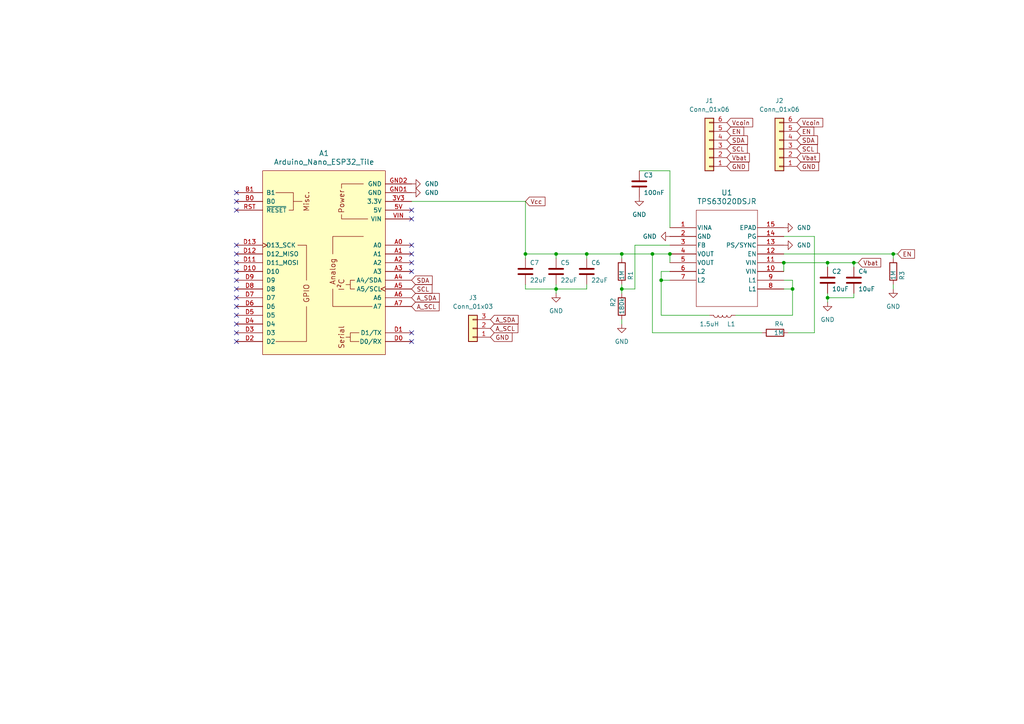
<source format=kicad_sch>
(kicad_sch (version 20230121) (generator eeschema)

  (uuid 30a0cbd7-f112-4de1-a085-e2f25254799f)

  (paper "A4")

  (lib_symbols
    (symbol "Connector_Generic:Conn_01x03" (pin_names (offset 1.016) hide) (in_bom yes) (on_board yes)
      (property "Reference" "J" (at 0 5.08 0)
        (effects (font (size 1.27 1.27)))
      )
      (property "Value" "Conn_01x03" (at 0 -5.08 0)
        (effects (font (size 1.27 1.27)))
      )
      (property "Footprint" "" (at 0 0 0)
        (effects (font (size 1.27 1.27)) hide)
      )
      (property "Datasheet" "~" (at 0 0 0)
        (effects (font (size 1.27 1.27)) hide)
      )
      (property "ki_keywords" "connector" (at 0 0 0)
        (effects (font (size 1.27 1.27)) hide)
      )
      (property "ki_description" "Generic connector, single row, 01x03, script generated (kicad-library-utils/schlib/autogen/connector/)" (at 0 0 0)
        (effects (font (size 1.27 1.27)) hide)
      )
      (property "ki_fp_filters" "Connector*:*_1x??_*" (at 0 0 0)
        (effects (font (size 1.27 1.27)) hide)
      )
      (symbol "Conn_01x03_1_1"
        (rectangle (start -1.27 -2.413) (end 0 -2.667)
          (stroke (width 0.1524) (type default))
          (fill (type none))
        )
        (rectangle (start -1.27 0.127) (end 0 -0.127)
          (stroke (width 0.1524) (type default))
          (fill (type none))
        )
        (rectangle (start -1.27 2.667) (end 0 2.413)
          (stroke (width 0.1524) (type default))
          (fill (type none))
        )
        (rectangle (start -1.27 3.81) (end 1.27 -3.81)
          (stroke (width 0.254) (type default))
          (fill (type background))
        )
        (pin passive line (at -5.08 2.54 0) (length 3.81)
          (name "Pin_1" (effects (font (size 1.27 1.27))))
          (number "1" (effects (font (size 1.27 1.27))))
        )
        (pin passive line (at -5.08 0 0) (length 3.81)
          (name "Pin_2" (effects (font (size 1.27 1.27))))
          (number "2" (effects (font (size 1.27 1.27))))
        )
        (pin passive line (at -5.08 -2.54 0) (length 3.81)
          (name "Pin_3" (effects (font (size 1.27 1.27))))
          (number "3" (effects (font (size 1.27 1.27))))
        )
      )
    )
    (symbol "Connector_Generic:Conn_01x06" (pin_names (offset 1.016) hide) (in_bom yes) (on_board yes)
      (property "Reference" "J" (at 0 7.62 0)
        (effects (font (size 1.27 1.27)))
      )
      (property "Value" "Conn_01x06" (at 0 -10.16 0)
        (effects (font (size 1.27 1.27)))
      )
      (property "Footprint" "" (at 0 0 0)
        (effects (font (size 1.27 1.27)) hide)
      )
      (property "Datasheet" "~" (at 0 0 0)
        (effects (font (size 1.27 1.27)) hide)
      )
      (property "ki_keywords" "connector" (at 0 0 0)
        (effects (font (size 1.27 1.27)) hide)
      )
      (property "ki_description" "Generic connector, single row, 01x06, script generated (kicad-library-utils/schlib/autogen/connector/)" (at 0 0 0)
        (effects (font (size 1.27 1.27)) hide)
      )
      (property "ki_fp_filters" "Connector*:*_1x??_*" (at 0 0 0)
        (effects (font (size 1.27 1.27)) hide)
      )
      (symbol "Conn_01x06_1_1"
        (rectangle (start -1.27 -7.493) (end 0 -7.747)
          (stroke (width 0.1524) (type default))
          (fill (type none))
        )
        (rectangle (start -1.27 -4.953) (end 0 -5.207)
          (stroke (width 0.1524) (type default))
          (fill (type none))
        )
        (rectangle (start -1.27 -2.413) (end 0 -2.667)
          (stroke (width 0.1524) (type default))
          (fill (type none))
        )
        (rectangle (start -1.27 0.127) (end 0 -0.127)
          (stroke (width 0.1524) (type default))
          (fill (type none))
        )
        (rectangle (start -1.27 2.667) (end 0 2.413)
          (stroke (width 0.1524) (type default))
          (fill (type none))
        )
        (rectangle (start -1.27 5.207) (end 0 4.953)
          (stroke (width 0.1524) (type default))
          (fill (type none))
        )
        (rectangle (start -1.27 6.35) (end 1.27 -8.89)
          (stroke (width 0.254) (type default))
          (fill (type background))
        )
        (pin passive line (at -5.08 5.08 0) (length 3.81)
          (name "Pin_1" (effects (font (size 1.27 1.27))))
          (number "1" (effects (font (size 1.27 1.27))))
        )
        (pin passive line (at -5.08 2.54 0) (length 3.81)
          (name "Pin_2" (effects (font (size 1.27 1.27))))
          (number "2" (effects (font (size 1.27 1.27))))
        )
        (pin passive line (at -5.08 0 0) (length 3.81)
          (name "Pin_3" (effects (font (size 1.27 1.27))))
          (number "3" (effects (font (size 1.27 1.27))))
        )
        (pin passive line (at -5.08 -2.54 0) (length 3.81)
          (name "Pin_4" (effects (font (size 1.27 1.27))))
          (number "4" (effects (font (size 1.27 1.27))))
        )
        (pin passive line (at -5.08 -5.08 0) (length 3.81)
          (name "Pin_5" (effects (font (size 1.27 1.27))))
          (number "5" (effects (font (size 1.27 1.27))))
        )
        (pin passive line (at -5.08 -7.62 0) (length 3.81)
          (name "Pin_6" (effects (font (size 1.27 1.27))))
          (number "6" (effects (font (size 1.27 1.27))))
        )
      )
    )
    (symbol "Device:C" (pin_numbers hide) (pin_names (offset 0.254)) (in_bom yes) (on_board yes)
      (property "Reference" "C" (at 0.635 2.54 0)
        (effects (font (size 1.27 1.27)) (justify left))
      )
      (property "Value" "C" (at 0.635 -2.54 0)
        (effects (font (size 1.27 1.27)) (justify left))
      )
      (property "Footprint" "" (at 0.9652 -3.81 0)
        (effects (font (size 1.27 1.27)) hide)
      )
      (property "Datasheet" "~" (at 0 0 0)
        (effects (font (size 1.27 1.27)) hide)
      )
      (property "ki_keywords" "cap capacitor" (at 0 0 0)
        (effects (font (size 1.27 1.27)) hide)
      )
      (property "ki_description" "Unpolarized capacitor" (at 0 0 0)
        (effects (font (size 1.27 1.27)) hide)
      )
      (property "ki_fp_filters" "C_*" (at 0 0 0)
        (effects (font (size 1.27 1.27)) hide)
      )
      (symbol "C_0_1"
        (polyline
          (pts
            (xy -2.032 -0.762)
            (xy 2.032 -0.762)
          )
          (stroke (width 0.508) (type default))
          (fill (type none))
        )
        (polyline
          (pts
            (xy -2.032 0.762)
            (xy 2.032 0.762)
          )
          (stroke (width 0.508) (type default))
          (fill (type none))
        )
      )
      (symbol "C_1_1"
        (pin passive line (at 0 3.81 270) (length 2.794)
          (name "~" (effects (font (size 1.27 1.27))))
          (number "1" (effects (font (size 1.27 1.27))))
        )
        (pin passive line (at 0 -3.81 90) (length 2.794)
          (name "~" (effects (font (size 1.27 1.27))))
          (number "2" (effects (font (size 1.27 1.27))))
        )
      )
    )
    (symbol "Device:L" (pin_numbers hide) (pin_names (offset 1.016) hide) (in_bom yes) (on_board yes)
      (property "Reference" "L" (at -1.27 0 90)
        (effects (font (size 1.27 1.27)))
      )
      (property "Value" "L" (at 1.905 0 90)
        (effects (font (size 1.27 1.27)))
      )
      (property "Footprint" "" (at 0 0 0)
        (effects (font (size 1.27 1.27)) hide)
      )
      (property "Datasheet" "~" (at 0 0 0)
        (effects (font (size 1.27 1.27)) hide)
      )
      (property "ki_keywords" "inductor choke coil reactor magnetic" (at 0 0 0)
        (effects (font (size 1.27 1.27)) hide)
      )
      (property "ki_description" "Inductor" (at 0 0 0)
        (effects (font (size 1.27 1.27)) hide)
      )
      (property "ki_fp_filters" "Choke_* *Coil* Inductor_* L_*" (at 0 0 0)
        (effects (font (size 1.27 1.27)) hide)
      )
      (symbol "L_0_1"
        (arc (start 0 -2.54) (mid 0.6323 -1.905) (end 0 -1.27)
          (stroke (width 0) (type default))
          (fill (type none))
        )
        (arc (start 0 -1.27) (mid 0.6323 -0.635) (end 0 0)
          (stroke (width 0) (type default))
          (fill (type none))
        )
        (arc (start 0 0) (mid 0.6323 0.635) (end 0 1.27)
          (stroke (width 0) (type default))
          (fill (type none))
        )
        (arc (start 0 1.27) (mid 0.6323 1.905) (end 0 2.54)
          (stroke (width 0) (type default))
          (fill (type none))
        )
      )
      (symbol "L_1_1"
        (pin passive line (at 0 3.81 270) (length 1.27)
          (name "1" (effects (font (size 1.27 1.27))))
          (number "1" (effects (font (size 1.27 1.27))))
        )
        (pin passive line (at 0 -3.81 90) (length 1.27)
          (name "2" (effects (font (size 1.27 1.27))))
          (number "2" (effects (font (size 1.27 1.27))))
        )
      )
    )
    (symbol "Device:R" (pin_numbers hide) (pin_names (offset 0)) (in_bom yes) (on_board yes)
      (property "Reference" "R" (at 2.032 0 90)
        (effects (font (size 1.27 1.27)))
      )
      (property "Value" "R" (at 0 0 90)
        (effects (font (size 1.27 1.27)))
      )
      (property "Footprint" "" (at -1.778 0 90)
        (effects (font (size 1.27 1.27)) hide)
      )
      (property "Datasheet" "~" (at 0 0 0)
        (effects (font (size 1.27 1.27)) hide)
      )
      (property "ki_keywords" "R res resistor" (at 0 0 0)
        (effects (font (size 1.27 1.27)) hide)
      )
      (property "ki_description" "Resistor" (at 0 0 0)
        (effects (font (size 1.27 1.27)) hide)
      )
      (property "ki_fp_filters" "R_*" (at 0 0 0)
        (effects (font (size 1.27 1.27)) hide)
      )
      (symbol "R_0_1"
        (rectangle (start -1.016 -2.54) (end 1.016 2.54)
          (stroke (width 0.254) (type default))
          (fill (type none))
        )
      )
      (symbol "R_1_1"
        (pin passive line (at 0 3.81 270) (length 1.27)
          (name "~" (effects (font (size 1.27 1.27))))
          (number "1" (effects (font (size 1.27 1.27))))
        )
        (pin passive line (at 0 -3.81 90) (length 1.27)
          (name "~" (effects (font (size 1.27 1.27))))
          (number "2" (effects (font (size 1.27 1.27))))
        )
      )
    )
    (symbol "TPS63020:TPS63020DSJR" (pin_names (offset 0.254)) (in_bom yes) (on_board yes)
      (property "Reference" "U" (at 16.51 10.16 0)
        (effects (font (size 1.524 1.524)))
      )
      (property "Value" "TPS63020DSJR" (at 16.51 7.62 0)
        (effects (font (size 1.524 1.524)))
      )
      (property "Footprint" "DSJ14_2P85X1P58" (at 16.51 -24.13 0)
        (effects (font (size 1.27 1.27) italic) hide)
      )
      (property "Datasheet" "TPS63020DSJR" (at 16.51 -20.32 0)
        (effects (font (size 1.27 1.27) italic) hide)
      )
      (property "ki_locked" "" (at 0 0 0)
        (effects (font (size 1.27 1.27)))
      )
      (property "ki_keywords" "TPS63020DSJR" (at 0 0 0)
        (effects (font (size 1.27 1.27)) hide)
      )
      (property "ki_fp_filters" "DSJ14_2P85X1P58" (at 0 0 0)
        (effects (font (size 1.27 1.27)) hide)
      )
      (symbol "TPS63020DSJR_0_1"
        (polyline
          (pts
            (xy 7.62 -22.86)
            (xy 25.4 -22.86)
          )
          (stroke (width 0.127) (type default))
          (fill (type none))
        )
        (polyline
          (pts
            (xy 7.62 5.08)
            (xy 7.62 -22.86)
          )
          (stroke (width 0.127) (type default))
          (fill (type none))
        )
        (polyline
          (pts
            (xy 25.4 -22.86)
            (xy 25.4 5.08)
          )
          (stroke (width 0.127) (type default))
          (fill (type none))
        )
        (polyline
          (pts
            (xy 25.4 5.08)
            (xy 7.62 5.08)
          )
          (stroke (width 0.127) (type default))
          (fill (type none))
        )
        (pin input line (at 0 0 0) (length 7.62)
          (name "VINA" (effects (font (size 1.27 1.27))))
          (number "1" (effects (font (size 1.27 1.27))))
        )
        (pin input line (at 33.02 -12.7 180) (length 7.62)
          (name "VIN" (effects (font (size 1.27 1.27))))
          (number "10" (effects (font (size 1.27 1.27))))
        )
        (pin input line (at 33.02 -10.16 180) (length 7.62)
          (name "VIN" (effects (font (size 1.27 1.27))))
          (number "11" (effects (font (size 1.27 1.27))))
        )
        (pin input line (at 33.02 -7.62 180) (length 7.62)
          (name "EN" (effects (font (size 1.27 1.27))))
          (number "12" (effects (font (size 1.27 1.27))))
        )
        (pin input line (at 33.02 -5.08 180) (length 7.62)
          (name "PS/SYNC" (effects (font (size 1.27 1.27))))
          (number "13" (effects (font (size 1.27 1.27))))
        )
        (pin output line (at 33.02 -2.54 180) (length 7.62)
          (name "PG" (effects (font (size 1.27 1.27))))
          (number "14" (effects (font (size 1.27 1.27))))
        )
        (pin unspecified line (at 33.02 0 180) (length 7.62)
          (name "EPAD" (effects (font (size 1.27 1.27))))
          (number "15" (effects (font (size 1.27 1.27))))
        )
        (pin power_in line (at 0 -2.54 0) (length 7.62)
          (name "GND" (effects (font (size 1.27 1.27))))
          (number "2" (effects (font (size 1.27 1.27))))
        )
        (pin input line (at 0 -5.08 0) (length 7.62)
          (name "FB" (effects (font (size 1.27 1.27))))
          (number "3" (effects (font (size 1.27 1.27))))
        )
        (pin output line (at 0 -7.62 0) (length 7.62)
          (name "VOUT" (effects (font (size 1.27 1.27))))
          (number "4" (effects (font (size 1.27 1.27))))
        )
        (pin output line (at 0 -10.16 0) (length 7.62)
          (name "VOUT" (effects (font (size 1.27 1.27))))
          (number "5" (effects (font (size 1.27 1.27))))
        )
        (pin input line (at 0 -12.7 0) (length 7.62)
          (name "L2" (effects (font (size 1.27 1.27))))
          (number "6" (effects (font (size 1.27 1.27))))
        )
        (pin input line (at 0 -15.24 0) (length 7.62)
          (name "L2" (effects (font (size 1.27 1.27))))
          (number "7" (effects (font (size 1.27 1.27))))
        )
        (pin input line (at 33.02 -17.78 180) (length 7.62)
          (name "L1" (effects (font (size 1.27 1.27))))
          (number "8" (effects (font (size 1.27 1.27))))
        )
        (pin input line (at 33.02 -15.24 180) (length 7.62)
          (name "L1" (effects (font (size 1.27 1.27))))
          (number "9" (effects (font (size 1.27 1.27))))
        )
      )
    )
    (symbol "arduino-library:Arduino_Nano_ESP32_Tile" (pin_names (offset 1.016)) (in_bom yes) (on_board yes)
      (property "Reference" "A" (at 0 33.02 0)
        (effects (font (size 1.524 1.524)))
      )
      (property "Value" "Arduino_Nano_ESP32_Tile" (at 0 29.21 0)
        (effects (font (size 1.524 1.524)))
      )
      (property "Footprint" "PCM_arduino-library:Arduino_Nano_ESP32_Tile" (at 0 -34.29 0)
        (effects (font (size 1.524 1.524)) hide)
      )
      (property "Datasheet" "https://docs.arduino.cc/hardware/nano-esp32" (at 0 -30.48 0)
        (effects (font (size 1.524 1.524)) hide)
      )
      (property "ki_keywords" "Arduino MPU Shield" (at 0 0 0)
        (effects (font (size 1.27 1.27)) hide)
      )
      (property "ki_description" "Tile for Arduino Nano ESP32" (at 0 0 0)
        (effects (font (size 1.27 1.27)) hide)
      )
      (property "ki_fp_filters" "Arduino_Nano_ESP32_Tile" (at 0 0 0)
        (effects (font (size 1.27 1.27)) hide)
      )
      (symbol "Arduino_Nano_ESP32_Tile_0_0"
        (rectangle (start -17.78 26.67) (end 17.78 -26.67)
          (stroke (width 0) (type default))
          (fill (type background))
        )
        (polyline
          (pts
            (xy -7.62 6.35)
            (xy -6.35 6.35)
          )
          (stroke (width 0) (type default))
          (fill (type none))
        )
        (polyline
          (pts
            (xy -7.62 21.59)
            (xy -6.35 21.59)
          )
          (stroke (width 0) (type default))
          (fill (type none))
        )
        (polyline
          (pts
            (xy 8.89 -17.78)
            (xy 6.35 -17.78)
          )
          (stroke (width 0) (type default))
          (fill (type none))
        )
        (polyline
          (pts
            (xy -11.43 -22.86)
            (xy -5.08 -22.86)
            (xy -5.08 -21.59)
          )
          (stroke (width 0) (type default))
          (fill (type none))
        )
        (polyline
          (pts
            (xy -5.08 -13.97)
            (xy -5.08 -12.7)
            (xy -12.7 -12.7)
          )
          (stroke (width 0) (type default))
          (fill (type none))
        )
        (polyline
          (pts
            (xy -10.16 22.86)
            (xy -7.62 22.86)
            (xy -7.62 20.32)
            (xy -10.16 20.32)
          )
          (stroke (width 0) (type default))
          (fill (type none))
        )
        (polyline
          (pts
            (xy -8.89 7.62)
            (xy -7.62 7.62)
            (xy -7.62 5.08)
            (xy -8.89 5.08)
          )
          (stroke (width 0) (type default))
          (fill (type none))
        )
        (text "Analog" (at -2.54 2.54 900)
          (effects (font (size 1.524 1.524)))
        )
        (text "I²C" (at -5.08 6.35 900)
          (effects (font (size 1.524 1.524)))
        )
        (text "Misc." (at 5.08 -17.78 900)
          (effects (font (size 1.524 1.524)))
        )
        (text "Power" (at -5.08 -17.78 900)
          (effects (font (size 1.524 1.524)))
        )
        (text "Serial" (at -5.08 21.59 900)
          (effects (font (size 1.524 1.524)))
        )
      )
      (symbol "Arduino_Nano_ESP32_Tile_0_1"
        (polyline
          (pts
            (xy -13.97 12.7)
            (xy -2.54 12.7)
            (xy -2.54 7.62)
          )
          (stroke (width 0) (type default))
          (fill (type none))
        )
        (polyline
          (pts
            (xy -11.43 -7.62)
            (xy -2.54 -7.62)
            (xy -2.54 -2.54)
          )
          (stroke (width 0) (type default))
          (fill (type none))
        )
        (polyline
          (pts
            (xy 7.62 -5.08)
            (xy 5.08 -5.08)
            (xy 5.08 5.08)
          )
          (stroke (width 0) (type default))
          (fill (type none))
        )
        (polyline
          (pts
            (xy 13.97 22.86)
            (xy 5.08 22.86)
            (xy 5.08 12.7)
          )
          (stroke (width 0) (type default))
          (fill (type none))
        )
        (polyline
          (pts
            (xy 10.16 -15.24)
            (xy 8.89 -15.24)
            (xy 8.89 -20.32)
            (xy 13.97 -20.32)
          )
          (stroke (width 0) (type default))
          (fill (type none))
        )
      )
      (symbol "Arduino_Nano_ESP32_Tile_1_0"
        (text "GPIO" (at 5.08 8.89 900)
          (effects (font (size 1.524 1.524)))
        )
      )
      (symbol "Arduino_Nano_ESP32_Tile_1_1"
        (pin power_out line (at -25.4 -17.78 0) (length 7.62)
          (name "3.3V" (effects (font (size 1.27 1.27))))
          (number "3V3" (effects (font (size 1.27 1.27))))
        )
        (pin power_in line (at -25.4 -15.24 0) (length 7.62)
          (name "5V" (effects (font (size 1.27 1.27))))
          (number "5V" (effects (font (size 1.27 1.27))))
        )
        (pin bidirectional line (at -25.4 -5.08 0) (length 7.62)
          (name "A0" (effects (font (size 1.27 1.27))))
          (number "A0" (effects (font (size 1.27 1.27))))
        )
        (pin bidirectional line (at -25.4 -2.54 0) (length 7.62)
          (name "A1" (effects (font (size 1.27 1.27))))
          (number "A1" (effects (font (size 1.27 1.27))))
        )
        (pin bidirectional line (at -25.4 0 0) (length 7.62)
          (name "A2" (effects (font (size 1.27 1.27))))
          (number "A2" (effects (font (size 1.27 1.27))))
        )
        (pin bidirectional line (at -25.4 2.54 0) (length 7.62)
          (name "A3" (effects (font (size 1.27 1.27))))
          (number "A3" (effects (font (size 1.27 1.27))))
        )
        (pin bidirectional line (at -25.4 5.08 0) (length 7.62)
          (name "A4/SDA" (effects (font (size 1.27 1.27))))
          (number "A4" (effects (font (size 1.27 1.27))))
        )
        (pin bidirectional clock (at -25.4 7.62 0) (length 7.62)
          (name "A5/SCL" (effects (font (size 1.27 1.27))))
          (number "A5" (effects (font (size 1.27 1.27))))
        )
        (pin input line (at -25.4 10.16 0) (length 7.62)
          (name "A6" (effects (font (size 1.27 1.27))))
          (number "A6" (effects (font (size 1.27 1.27))))
        )
        (pin input line (at -25.4 12.7 0) (length 7.62)
          (name "A7" (effects (font (size 1.27 1.27))))
          (number "A7" (effects (font (size 1.27 1.27))))
        )
        (pin bidirectional line (at 25.4 -17.78 180) (length 7.62)
          (name "B0" (effects (font (size 1.27 1.27))))
          (number "B0" (effects (font (size 1.27 1.27))))
        )
        (pin bidirectional line (at 25.4 -20.32 180) (length 7.62)
          (name "B1" (effects (font (size 1.27 1.27))))
          (number "B1" (effects (font (size 1.27 1.27))))
        )
        (pin bidirectional line (at -25.4 22.86 0) (length 7.62)
          (name "D0/RX" (effects (font (size 1.27 1.27))))
          (number "D0" (effects (font (size 1.27 1.27))))
        )
        (pin bidirectional line (at -25.4 20.32 0) (length 7.62)
          (name "D1/TX" (effects (font (size 1.27 1.27))))
          (number "D1" (effects (font (size 1.27 1.27))))
        )
        (pin bidirectional line (at 25.4 2.54 180) (length 7.62)
          (name "D10" (effects (font (size 1.27 1.27))))
          (number "D10" (effects (font (size 1.27 1.27))))
        )
        (pin bidirectional line (at 25.4 0 180) (length 7.62)
          (name "D11_MOSI" (effects (font (size 1.27 1.27))))
          (number "D11" (effects (font (size 1.27 1.27))))
        )
        (pin bidirectional line (at 25.4 -2.54 180) (length 7.62)
          (name "D12_MISO" (effects (font (size 1.27 1.27))))
          (number "D12" (effects (font (size 1.27 1.27))))
        )
        (pin bidirectional clock (at 25.4 -5.08 180) (length 7.62)
          (name "D13_SCK" (effects (font (size 1.27 1.27))))
          (number "D13" (effects (font (size 1.27 1.27))))
        )
        (pin bidirectional line (at 25.4 22.86 180) (length 7.62)
          (name "D2" (effects (font (size 1.27 1.27))))
          (number "D2" (effects (font (size 1.27 1.27))))
        )
        (pin bidirectional line (at 25.4 20.32 180) (length 7.62)
          (name "D3" (effects (font (size 1.27 1.27))))
          (number "D3" (effects (font (size 1.27 1.27))))
        )
        (pin bidirectional line (at 25.4 17.78 180) (length 7.62)
          (name "D4" (effects (font (size 1.27 1.27))))
          (number "D4" (effects (font (size 1.27 1.27))))
        )
        (pin bidirectional line (at 25.4 15.24 180) (length 7.62)
          (name "D5" (effects (font (size 1.27 1.27))))
          (number "D5" (effects (font (size 1.27 1.27))))
        )
        (pin bidirectional line (at 25.4 12.7 180) (length 7.62)
          (name "D6" (effects (font (size 1.27 1.27))))
          (number "D6" (effects (font (size 1.27 1.27))))
        )
        (pin bidirectional line (at 25.4 10.16 180) (length 7.62)
          (name "D7" (effects (font (size 1.27 1.27))))
          (number "D7" (effects (font (size 1.27 1.27))))
        )
        (pin bidirectional line (at 25.4 7.62 180) (length 7.62)
          (name "D8" (effects (font (size 1.27 1.27))))
          (number "D8" (effects (font (size 1.27 1.27))))
        )
        (pin bidirectional line (at 25.4 5.08 180) (length 7.62)
          (name "D9" (effects (font (size 1.27 1.27))))
          (number "D9" (effects (font (size 1.27 1.27))))
        )
        (pin power_in line (at -25.4 -20.32 0) (length 7.62)
          (name "GND" (effects (font (size 1.27 1.27))))
          (number "GND1" (effects (font (size 1.27 1.27))))
        )
        (pin power_in line (at -25.4 -22.86 0) (length 7.62)
          (name "GND" (effects (font (size 1.27 1.27))))
          (number "GND2" (effects (font (size 1.27 1.27))))
        )
        (pin open_collector line (at 25.4 -15.24 180) (length 7.62)
          (name "~{RESET}" (effects (font (size 1.27 1.27))))
          (number "RST" (effects (font (size 1.27 1.27))))
        )
        (pin power_in line (at -25.4 -12.7 0) (length 7.62)
          (name "VIN" (effects (font (size 1.27 1.27))))
          (number "VIN" (effects (font (size 1.27 1.27))))
        )
      )
    )
    (symbol "power:GND" (power) (pin_names (offset 0)) (in_bom yes) (on_board yes)
      (property "Reference" "#PWR" (at 0 -6.35 0)
        (effects (font (size 1.27 1.27)) hide)
      )
      (property "Value" "GND" (at 0 -3.81 0)
        (effects (font (size 1.27 1.27)))
      )
      (property "Footprint" "" (at 0 0 0)
        (effects (font (size 1.27 1.27)) hide)
      )
      (property "Datasheet" "" (at 0 0 0)
        (effects (font (size 1.27 1.27)) hide)
      )
      (property "ki_keywords" "global power" (at 0 0 0)
        (effects (font (size 1.27 1.27)) hide)
      )
      (property "ki_description" "Power symbol creates a global label with name \"GND\" , ground" (at 0 0 0)
        (effects (font (size 1.27 1.27)) hide)
      )
      (symbol "GND_0_1"
        (polyline
          (pts
            (xy 0 0)
            (xy 0 -1.27)
            (xy 1.27 -1.27)
            (xy 0 -2.54)
            (xy -1.27 -1.27)
            (xy 0 -1.27)
          )
          (stroke (width 0) (type default))
          (fill (type none))
        )
      )
      (symbol "GND_1_1"
        (pin power_in line (at 0 0 270) (length 0) hide
          (name "GND" (effects (font (size 1.27 1.27))))
          (number "1" (effects (font (size 1.27 1.27))))
        )
      )
    )
  )

  (junction (at 259.08 73.66) (diameter 0) (color 0 0 0 0)
    (uuid 1f418318-f5b1-453a-9453-c36638d544ab)
  )
  (junction (at 161.29 83.82) (diameter 0) (color 0 0 0 0)
    (uuid 26a9da66-2110-4f56-baed-7244e5c66218)
  )
  (junction (at 180.34 73.66) (diameter 0) (color 0 0 0 0)
    (uuid 3bdbccef-ac47-41b9-9b6e-e8fd3781afa6)
  )
  (junction (at 189.23 73.66) (diameter 0) (color 0 0 0 0)
    (uuid 4c7072a8-92ad-4e5e-983e-3c82c4c9f5dd)
  )
  (junction (at 191.77 81.28) (diameter 0) (color 0 0 0 0)
    (uuid 52c87ebb-8078-4281-a63d-e5449c7dd239)
  )
  (junction (at 240.03 76.2) (diameter 0) (color 0 0 0 0)
    (uuid 70b66641-94b6-4c40-9f2f-e730dfa6bc55)
  )
  (junction (at 161.29 73.66) (diameter 0) (color 0 0 0 0)
    (uuid 89cf175e-e71d-423d-a8ec-3bd642b96b5c)
  )
  (junction (at 180.34 83.82) (diameter 0) (color 0 0 0 0)
    (uuid 8b5c5f57-1b3d-4d4d-896d-08f724d3eaf8)
  )
  (junction (at 170.18 73.66) (diameter 0) (color 0 0 0 0)
    (uuid aa5fb76a-b6e0-4fc7-9475-b22fdbec33e0)
  )
  (junction (at 247.65 76.2) (diameter 0) (color 0 0 0 0)
    (uuid ad891ed6-ef1b-41b8-a729-2a5ebae0572a)
  )
  (junction (at 240.03 86.36) (diameter 0) (color 0 0 0 0)
    (uuid b347dede-0e96-4dd0-bf1f-c5e78594c0cb)
  )
  (junction (at 229.87 83.82) (diameter 0) (color 0 0 0 0)
    (uuid b500b15a-9066-4ecf-b58f-cc7918385fd9)
  )
  (junction (at 194.31 73.66) (diameter 0) (color 0 0 0 0)
    (uuid c1fcf434-e798-487e-8e99-e42687c33dd6)
  )
  (junction (at 227.33 76.2) (diameter 0) (color 0 0 0 0)
    (uuid eb4b7cc8-cddd-445e-a35d-7b4dc0cbf1c7)
  )
  (junction (at 152.4 73.66) (diameter 0) (color 0 0 0 0)
    (uuid fdf83b65-b697-420e-ab7f-82708b737a47)
  )

  (no_connect (at 68.58 58.42) (uuid 06bb743c-a355-418f-a313-7ff999e4153b))
  (no_connect (at 68.58 71.12) (uuid 0fa1f23d-f836-4e9a-8032-63c898a3e445))
  (no_connect (at 119.38 73.66) (uuid 19fa8b8b-57fd-4ee5-9583-37c3f3efdea4))
  (no_connect (at 68.58 60.96) (uuid 27eab18e-68df-4fdb-8a04-a58eba4e16ed))
  (no_connect (at 119.38 96.52) (uuid 33cfdf1a-9655-4db1-a4d8-f2a2ade5bc4d))
  (no_connect (at 68.58 99.06) (uuid 44a6f850-492b-4898-afd9-f73d6ad84e92))
  (no_connect (at 68.58 91.44) (uuid 5982c10b-f9f1-45ef-8474-29c10d589035))
  (no_connect (at 68.58 81.28) (uuid 6e36f3d5-c65d-45ac-9a43-69c0b5b847b8))
  (no_connect (at 68.58 93.98) (uuid 755df78d-735f-4350-ad51-acd82eb40f65))
  (no_connect (at 68.58 78.74) (uuid 87700aad-aad6-4498-931a-4cfddd8d9930))
  (no_connect (at 68.58 83.82) (uuid a36df7d8-aa2a-472c-a2d5-f76e59e51e56))
  (no_connect (at 68.58 76.2) (uuid a96621a0-d8d0-472c-a1ab-0a1aa8b8085f))
  (no_connect (at 119.38 78.74) (uuid ab003e3f-b7bb-4b34-ad01-37f2e95dcab2))
  (no_connect (at 119.38 63.5) (uuid b79495b9-b7f7-41bb-93c0-43783c35c46d))
  (no_connect (at 68.58 55.88) (uuid bad2e4aa-ea3e-4fef-bc8a-694bc1ea0bdd))
  (no_connect (at 68.58 96.52) (uuid bb8690ff-5b38-4be3-848e-b93672624267))
  (no_connect (at 119.38 71.12) (uuid bfad343a-ed2f-4d7a-a23f-ebe67ff05693))
  (no_connect (at 119.38 99.06) (uuid c79fe72f-e0aa-475e-bb42-f37e896f4502))
  (no_connect (at 119.38 60.96) (uuid da4a0669-0af8-438b-bcff-55c65c5751b8))
  (no_connect (at 68.58 73.66) (uuid f5a45769-398b-4dcb-9ae3-133c95cc5528))
  (no_connect (at 119.38 76.2) (uuid fb43742b-edf8-4b0a-84ed-0c1127dd89ea))
  (no_connect (at 68.58 88.9) (uuid fd3f8e2b-4409-4512-b05b-f04f49af5035))
  (no_connect (at 68.58 86.36) (uuid ff993610-7d52-42d5-bebf-9d71c25a2b9d))

  (wire (pts (xy 194.31 76.2) (xy 194.31 73.66))
    (stroke (width 0) (type default))
    (uuid 08893fab-2342-4e4f-946f-eb5482ffa074)
  )
  (wire (pts (xy 240.03 85.09) (xy 240.03 86.36))
    (stroke (width 0) (type default))
    (uuid 0c19677f-b962-4db9-8dad-06692771ea28)
  )
  (wire (pts (xy 194.31 73.66) (xy 189.23 73.66))
    (stroke (width 0) (type default))
    (uuid 1497c8e6-5976-4f63-a78f-335a597566b4)
  )
  (wire (pts (xy 229.87 83.82) (xy 229.87 81.28))
    (stroke (width 0) (type default))
    (uuid 1670b183-75c1-49ca-8f9d-c4035f69e0fa)
  )
  (wire (pts (xy 194.31 49.53) (xy 194.31 66.04))
    (stroke (width 0) (type default))
    (uuid 1d9a0caa-2388-4d3d-a653-78eea9c05c82)
  )
  (wire (pts (xy 259.08 82.55) (xy 259.08 83.82))
    (stroke (width 0) (type default))
    (uuid 1e21c782-dbf9-45d2-b95a-47e383596783)
  )
  (wire (pts (xy 229.87 81.28) (xy 227.33 81.28))
    (stroke (width 0) (type default))
    (uuid 1f14ae9d-54b5-42d7-a081-e9537b9f3a3d)
  )
  (wire (pts (xy 152.4 58.42) (xy 152.4 73.66))
    (stroke (width 0) (type default))
    (uuid 243fb0a1-b82d-4816-9e96-e4ec6a8483fb)
  )
  (wire (pts (xy 191.77 91.44) (xy 191.77 81.28))
    (stroke (width 0) (type default))
    (uuid 2539dbd8-cdf3-4743-963e-3784f9c262eb)
  )
  (wire (pts (xy 161.29 74.93) (xy 161.29 73.66))
    (stroke (width 0) (type default))
    (uuid 337787e6-d05c-4b24-94ae-2834d0043a52)
  )
  (wire (pts (xy 247.65 85.09) (xy 247.65 86.36))
    (stroke (width 0) (type default))
    (uuid 37a13b68-269e-4ce9-beac-3fa52af40b11)
  )
  (wire (pts (xy 161.29 83.82) (xy 161.29 82.55))
    (stroke (width 0) (type default))
    (uuid 405f97e8-750f-49a2-aebc-88fa40f84bfd)
  )
  (wire (pts (xy 205.74 91.44) (xy 191.77 91.44))
    (stroke (width 0) (type default))
    (uuid 42a5fb3d-004d-4b70-8309-b4630183c3df)
  )
  (wire (pts (xy 247.65 76.2) (xy 240.03 76.2))
    (stroke (width 0) (type default))
    (uuid 4d137dd4-aba6-4164-b07a-e6e161d52599)
  )
  (wire (pts (xy 229.87 83.82) (xy 227.33 83.82))
    (stroke (width 0) (type default))
    (uuid 4d3f993a-29cd-4016-9575-7bc92a243e76)
  )
  (wire (pts (xy 161.29 83.82) (xy 170.18 83.82))
    (stroke (width 0) (type default))
    (uuid 4d941db7-f9b5-45e9-ae56-d35d1fbba25a)
  )
  (wire (pts (xy 240.03 76.2) (xy 240.03 77.47))
    (stroke (width 0) (type default))
    (uuid 58468f61-1c91-4eac-b22d-c6ae0e3b5043)
  )
  (wire (pts (xy 227.33 68.58) (xy 236.22 68.58))
    (stroke (width 0) (type default))
    (uuid 5c646215-7fc8-41d6-95f3-e1a035a6ed34)
  )
  (wire (pts (xy 194.31 49.53) (xy 185.42 49.53))
    (stroke (width 0) (type default))
    (uuid 5ffe36ba-8721-4a74-b5b3-2ec373c68d35)
  )
  (wire (pts (xy 180.34 74.93) (xy 180.34 73.66))
    (stroke (width 0) (type default))
    (uuid 6aef1b27-f3b8-45b6-903d-584e6d78b4a5)
  )
  (wire (pts (xy 184.15 71.12) (xy 184.15 83.82))
    (stroke (width 0) (type default))
    (uuid 703af2da-3873-4ec7-b6a8-e45759c1c4a5)
  )
  (wire (pts (xy 240.03 86.36) (xy 240.03 87.63))
    (stroke (width 0) (type default))
    (uuid 707be8ca-2bda-47d6-a892-6243e7963e06)
  )
  (wire (pts (xy 170.18 74.93) (xy 170.18 73.66))
    (stroke (width 0) (type default))
    (uuid 7303e6bd-0749-4cf9-83c3-8cef361001bc)
  )
  (wire (pts (xy 180.34 92.71) (xy 180.34 93.98))
    (stroke (width 0) (type default))
    (uuid 74373643-478b-4a1d-a975-3a88c39ceee6)
  )
  (wire (pts (xy 194.31 71.12) (xy 184.15 71.12))
    (stroke (width 0) (type default))
    (uuid 75036b81-cdc0-49bc-a00c-b442da755a26)
  )
  (wire (pts (xy 189.23 73.66) (xy 180.34 73.66))
    (stroke (width 0) (type default))
    (uuid 793bbd9d-7c1e-4b12-87a8-21fbd6e3441a)
  )
  (wire (pts (xy 236.22 96.52) (xy 228.6 96.52))
    (stroke (width 0) (type default))
    (uuid 7c19d7a8-aa6c-4cc6-874e-bc29b7a708e4)
  )
  (wire (pts (xy 191.77 78.74) (xy 194.31 78.74))
    (stroke (width 0) (type default))
    (uuid 84346a55-cf66-48e5-863f-8f2fa86d4635)
  )
  (wire (pts (xy 152.4 73.66) (xy 161.29 73.66))
    (stroke (width 0) (type default))
    (uuid 8d2ee0dc-5a8e-4faf-8335-75e2c064876b)
  )
  (wire (pts (xy 229.87 91.44) (xy 229.87 83.82))
    (stroke (width 0) (type default))
    (uuid 8eba83c1-76bf-4f19-94d4-7fee2a04ffd3)
  )
  (wire (pts (xy 227.33 76.2) (xy 227.33 78.74))
    (stroke (width 0) (type default))
    (uuid 8f31265a-84d9-4d09-89ad-e1b36e2a776a)
  )
  (wire (pts (xy 191.77 78.74) (xy 191.77 81.28))
    (stroke (width 0) (type default))
    (uuid 9b962a80-9967-473d-8fb1-c907a481a112)
  )
  (wire (pts (xy 170.18 73.66) (xy 180.34 73.66))
    (stroke (width 0) (type default))
    (uuid 9cc0f71f-0bc2-4f72-b0de-1eb7189baeb7)
  )
  (wire (pts (xy 189.23 96.52) (xy 189.23 73.66))
    (stroke (width 0) (type default))
    (uuid a2673914-da2b-44ee-b8f0-93af32dbc92f)
  )
  (wire (pts (xy 152.4 83.82) (xy 161.29 83.82))
    (stroke (width 0) (type default))
    (uuid a66efb0e-0ba2-40b2-8e46-bf83073c18ac)
  )
  (wire (pts (xy 161.29 73.66) (xy 170.18 73.66))
    (stroke (width 0) (type default))
    (uuid a973560a-89e0-43a5-81b6-44d5f07a9409)
  )
  (wire (pts (xy 119.38 58.42) (xy 152.4 58.42))
    (stroke (width 0) (type default))
    (uuid ad17abbf-1c38-4f8c-bfe7-442c844fdda0)
  )
  (wire (pts (xy 227.33 76.2) (xy 240.03 76.2))
    (stroke (width 0) (type default))
    (uuid b23fa28d-e729-4429-91ef-c78df39e8595)
  )
  (wire (pts (xy 180.34 83.82) (xy 180.34 82.55))
    (stroke (width 0) (type default))
    (uuid b539d210-9e32-4a75-937e-924349d32bad)
  )
  (wire (pts (xy 152.4 82.55) (xy 152.4 83.82))
    (stroke (width 0) (type default))
    (uuid b55e02b7-9866-480d-9ef8-8869349ff091)
  )
  (wire (pts (xy 247.65 86.36) (xy 240.03 86.36))
    (stroke (width 0) (type default))
    (uuid ba3fef5c-5d3c-4211-a9c1-51dd96553a39)
  )
  (wire (pts (xy 236.22 68.58) (xy 236.22 96.52))
    (stroke (width 0) (type default))
    (uuid bc020808-5a83-43d4-95ce-f82fff273c28)
  )
  (wire (pts (xy 259.08 74.93) (xy 259.08 73.66))
    (stroke (width 0) (type default))
    (uuid bcf2f4e7-18d1-4a84-9cb0-5c500f4adcf6)
  )
  (wire (pts (xy 152.4 74.93) (xy 152.4 73.66))
    (stroke (width 0) (type default))
    (uuid c7b1556e-f9eb-4621-a75a-7d55c07d8393)
  )
  (wire (pts (xy 220.98 96.52) (xy 189.23 96.52))
    (stroke (width 0) (type default))
    (uuid cb9c1bd5-f8a4-4511-a856-dbb5400556c0)
  )
  (wire (pts (xy 259.08 73.66) (xy 227.33 73.66))
    (stroke (width 0) (type default))
    (uuid ce0b2c03-d171-43df-9951-3d909567184e)
  )
  (wire (pts (xy 248.92 76.2) (xy 247.65 76.2))
    (stroke (width 0) (type default))
    (uuid debd8be3-975d-4e1b-a65b-5155ceeff789)
  )
  (wire (pts (xy 184.15 83.82) (xy 180.34 83.82))
    (stroke (width 0) (type default))
    (uuid dee8e50f-e4db-4ad9-b4cd-2dfb3216f04b)
  )
  (wire (pts (xy 213.36 91.44) (xy 229.87 91.44))
    (stroke (width 0) (type default))
    (uuid e077c3bc-7c0f-4c0c-a812-bb88540457c2)
  )
  (wire (pts (xy 247.65 76.2) (xy 247.65 77.47))
    (stroke (width 0) (type default))
    (uuid e14caef2-7d92-48d5-a33f-2e70ee9d4975)
  )
  (wire (pts (xy 161.29 85.09) (xy 161.29 83.82))
    (stroke (width 0) (type default))
    (uuid e4ea42fa-59b9-40d6-8640-04c932424597)
  )
  (wire (pts (xy 259.08 73.66) (xy 260.35 73.66))
    (stroke (width 0) (type default))
    (uuid e6e4989b-0e6a-4250-918b-e5fc5da3db0d)
  )
  (wire (pts (xy 191.77 81.28) (xy 194.31 81.28))
    (stroke (width 0) (type default))
    (uuid ebbb7acc-6c74-4142-87fa-72eb2ef2f7f0)
  )
  (wire (pts (xy 180.34 83.82) (xy 180.34 85.09))
    (stroke (width 0) (type default))
    (uuid f3f33644-628b-4338-9f91-bb9d5390f2ed)
  )
  (wire (pts (xy 170.18 83.82) (xy 170.18 82.55))
    (stroke (width 0) (type default))
    (uuid f466994d-62c8-4de3-92e8-78593990f0af)
  )

  (global_label "Vbat" (shape input) (at 231.14 45.72 0) (fields_autoplaced)
    (effects (font (size 1.27 1.27)) (justify left))
    (uuid 0234d76d-d318-49da-b44b-4da2325ca9ac)
    (property "Intersheetrefs" "${INTERSHEET_REFS}" (at 238.2375 45.72 0)
      (effects (font (size 1.27 1.27)) (justify left) hide)
    )
  )
  (global_label "A_SDA" (shape input) (at 119.38 86.36 0) (fields_autoplaced)
    (effects (font (size 1.27 1.27)) (justify left))
    (uuid 1214de99-2004-4d9e-aa3a-4c1dbc1a979e)
    (property "Intersheetrefs" "${INTERSHEET_REFS}" (at 127.9895 86.36 0)
      (effects (font (size 1.27 1.27)) (justify left) hide)
    )
  )
  (global_label "Vcoin" (shape input) (at 231.14 35.56 0) (fields_autoplaced)
    (effects (font (size 1.27 1.27)) (justify left))
    (uuid 225dcc8e-83f5-4787-9225-d4ee3ad6b1ab)
    (property "Intersheetrefs" "${INTERSHEET_REFS}" (at 239.2052 35.56 0)
      (effects (font (size 1.27 1.27)) (justify left) hide)
    )
  )
  (global_label "A_SCL" (shape input) (at 119.38 88.9 0) (fields_autoplaced)
    (effects (font (size 1.27 1.27)) (justify left))
    (uuid 282d1574-749c-4033-854e-db1ff4b62915)
    (property "Intersheetrefs" "${INTERSHEET_REFS}" (at 127.929 88.9 0)
      (effects (font (size 1.27 1.27)) (justify left) hide)
    )
  )
  (global_label "SDA" (shape input) (at 231.14 40.64 0) (fields_autoplaced)
    (effects (font (size 1.27 1.27)) (justify left))
    (uuid 2849930e-903f-4d79-8852-1bc4253ac9a1)
    (property "Intersheetrefs" "${INTERSHEET_REFS}" (at 237.6933 40.64 0)
      (effects (font (size 1.27 1.27)) (justify left) hide)
    )
  )
  (global_label "EN" (shape input) (at 231.14 38.1 0) (fields_autoplaced)
    (effects (font (size 1.27 1.27)) (justify left))
    (uuid 3506cc57-9849-43c2-a748-5d092aae7563)
    (property "Intersheetrefs" "${INTERSHEET_REFS}" (at 236.6047 38.1 0)
      (effects (font (size 1.27 1.27)) (justify left) hide)
    )
  )
  (global_label "Vbat" (shape input) (at 210.82 45.72 0) (fields_autoplaced)
    (effects (font (size 1.27 1.27)) (justify left))
    (uuid 41f5f9fc-5948-4a1b-af45-4d60cf2d27de)
    (property "Intersheetrefs" "${INTERSHEET_REFS}" (at 217.9175 45.72 0)
      (effects (font (size 1.27 1.27)) (justify left) hide)
    )
  )
  (global_label "SCL" (shape input) (at 231.14 43.18 0) (fields_autoplaced)
    (effects (font (size 1.27 1.27)) (justify left))
    (uuid 485bf306-8fb2-4238-8022-da18eab8894a)
    (property "Intersheetrefs" "${INTERSHEET_REFS}" (at 237.6328 43.18 0)
      (effects (font (size 1.27 1.27)) (justify left) hide)
    )
  )
  (global_label "Vcc" (shape input) (at 152.4 58.42 0) (fields_autoplaced)
    (effects (font (size 1.27 1.27)) (justify left))
    (uuid 4ca685b4-3794-4201-9567-c63f579f6c06)
    (property "Intersheetrefs" "${INTERSHEET_REFS}" (at 158.651 58.42 0)
      (effects (font (size 1.27 1.27)) (justify left) hide)
    )
  )
  (global_label "GND" (shape input) (at 231.14 48.26 0) (fields_autoplaced)
    (effects (font (size 1.27 1.27)) (justify left))
    (uuid 6b62b000-9c8b-4462-8b3c-24e7fbc322e6)
    (property "Intersheetrefs" "${INTERSHEET_REFS}" (at 237.9957 48.26 0)
      (effects (font (size 1.27 1.27)) (justify left) hide)
    )
  )
  (global_label "SDA" (shape input) (at 210.82 40.64 0) (fields_autoplaced)
    (effects (font (size 1.27 1.27)) (justify left))
    (uuid 82bfc81f-0b61-4c69-b40e-ff9deaffbfe8)
    (property "Intersheetrefs" "${INTERSHEET_REFS}" (at 217.3733 40.64 0)
      (effects (font (size 1.27 1.27)) (justify left) hide)
    )
  )
  (global_label "SCL" (shape input) (at 119.38 83.82 0) (fields_autoplaced)
    (effects (font (size 1.27 1.27)) (justify left))
    (uuid 982fb9e7-be52-45db-95b9-983a5191b706)
    (property "Intersheetrefs" "${INTERSHEET_REFS}" (at 125.8728 83.82 0)
      (effects (font (size 1.27 1.27)) (justify left) hide)
    )
  )
  (global_label "Vbat" (shape input) (at 248.92 76.2 0) (fields_autoplaced)
    (effects (font (size 1.27 1.27)) (justify left))
    (uuid a02058f0-92f4-49dc-a003-e237e74f1ed2)
    (property "Intersheetrefs" "${INTERSHEET_REFS}" (at 256.0175 76.2 0)
      (effects (font (size 1.27 1.27)) (justify left) hide)
    )
  )
  (global_label "EN" (shape input) (at 260.35 73.66 0) (fields_autoplaced)
    (effects (font (size 1.27 1.27)) (justify left))
    (uuid b7e5830c-6dae-4626-a00c-ea391d5f7636)
    (property "Intersheetrefs" "${INTERSHEET_REFS}" (at 265.8147 73.66 0)
      (effects (font (size 1.27 1.27)) (justify left) hide)
    )
  )
  (global_label "A_SCL" (shape input) (at 142.24 95.25 0) (fields_autoplaced)
    (effects (font (size 1.27 1.27)) (justify left))
    (uuid b948c2c5-0e76-420b-ab5b-e9f6dc8c788d)
    (property "Intersheetrefs" "${INTERSHEET_REFS}" (at 150.789 95.25 0)
      (effects (font (size 1.27 1.27)) (justify left) hide)
    )
  )
  (global_label "Vcoin" (shape input) (at 210.82 35.56 0) (fields_autoplaced)
    (effects (font (size 1.27 1.27)) (justify left))
    (uuid bed3a0b5-ad89-43a9-bf0b-8ad3fbd5746a)
    (property "Intersheetrefs" "${INTERSHEET_REFS}" (at 218.8852 35.56 0)
      (effects (font (size 1.27 1.27)) (justify left) hide)
    )
  )
  (global_label "GND" (shape input) (at 210.82 48.26 0) (fields_autoplaced)
    (effects (font (size 1.27 1.27)) (justify left))
    (uuid d5c554c2-0931-43f8-b929-313a546a3f83)
    (property "Intersheetrefs" "${INTERSHEET_REFS}" (at 217.6757 48.26 0)
      (effects (font (size 1.27 1.27)) (justify left) hide)
    )
  )
  (global_label "EN" (shape input) (at 210.82 38.1 0) (fields_autoplaced)
    (effects (font (size 1.27 1.27)) (justify left))
    (uuid e537378a-e7aa-4569-80b6-4ff772b2cec4)
    (property "Intersheetrefs" "${INTERSHEET_REFS}" (at 216.2847 38.1 0)
      (effects (font (size 1.27 1.27)) (justify left) hide)
    )
  )
  (global_label "GND" (shape input) (at 142.24 97.79 0) (fields_autoplaced)
    (effects (font (size 1.27 1.27)) (justify left))
    (uuid e9668c76-1531-49ea-8d7a-8379428b9385)
    (property "Intersheetrefs" "${INTERSHEET_REFS}" (at 149.0957 97.79 0)
      (effects (font (size 1.27 1.27)) (justify left) hide)
    )
  )
  (global_label "SDA" (shape input) (at 119.38 81.28 0) (fields_autoplaced)
    (effects (font (size 1.27 1.27)) (justify left))
    (uuid ea96c091-5006-4685-a24a-b3ee63d3d9cf)
    (property "Intersheetrefs" "${INTERSHEET_REFS}" (at 125.9333 81.28 0)
      (effects (font (size 1.27 1.27)) (justify left) hide)
    )
  )
  (global_label "A_SDA" (shape input) (at 142.24 92.71 0) (fields_autoplaced)
    (effects (font (size 1.27 1.27)) (justify left))
    (uuid eb98edd8-d28b-486b-8701-020453af409a)
    (property "Intersheetrefs" "${INTERSHEET_REFS}" (at 150.8495 92.71 0)
      (effects (font (size 1.27 1.27)) (justify left) hide)
    )
  )
  (global_label "SCL" (shape input) (at 210.82 43.18 0) (fields_autoplaced)
    (effects (font (size 1.27 1.27)) (justify left))
    (uuid f9a3f8a9-0a11-4e9a-a5fe-6a883750d57c)
    (property "Intersheetrefs" "${INTERSHEET_REFS}" (at 217.3128 43.18 0)
      (effects (font (size 1.27 1.27)) (justify left) hide)
    )
  )

  (symbol (lib_id "Device:R") (at 259.08 78.74 0) (unit 1)
    (in_bom yes) (on_board yes) (dnp no)
    (uuid 0821facf-348c-4a68-bff9-eb44e1400bbc)
    (property "Reference" "R3" (at 261.62 81.28 90)
      (effects (font (size 1.27 1.27)) (justify left))
    )
    (property "Value" "1M" (at 259.08 81.28 90)
      (effects (font (size 1.27 1.27)) (justify left))
    )
    (property "Footprint" "Resistor_SMD:R_0603_1608Metric" (at 257.302 78.74 90)
      (effects (font (size 1.27 1.27)) hide)
    )
    (property "Datasheet" "https://datasheet.lcsc.com/szlcsc/Uniroyal-Elec-0603WAF1004T5E_C22935.pdf" (at 259.08 78.74 0)
      (effects (font (size 1.27 1.27)) hide)
    )
    (property "Desc" "100mW Thick Film Resistors ±100ppm/℃ ±1% 1MΩ 0603 Chip Resistor - Surface Mount ROHS" (at 259.08 78.74 0)
      (effects (font (size 1.27 1.27)) hide)
    )
    (property "JLC" "0603" (at 259.08 78.74 0)
      (effects (font (size 1.27 1.27)) hide)
    )
    (property "LCSC" "C22935" (at 259.08 78.74 0)
      (effects (font (size 1.27 1.27)) hide)
    )
    (property "Part" "0603WAF1004T5E" (at 259.08 78.74 0)
      (effects (font (size 1.27 1.27)) hide)
    )
    (pin "1" (uuid 99d6e55d-2236-4496-8e82-256cf965d3af))
    (pin "2" (uuid e680538d-1a5c-4657-9761-80680e036ba8))
    (instances
      (project "development_board"
        (path "/30a0cbd7-f112-4de1-a085-e2f25254799f"
          (reference "R3") (unit 1)
        )
      )
    )
  )

  (symbol (lib_id "power:GND") (at 194.31 68.58 270) (unit 1)
    (in_bom yes) (on_board yes) (dnp no) (fields_autoplaced)
    (uuid 0a9a492f-cbd6-488f-b2d7-870c24549864)
    (property "Reference" "#PWR02" (at 187.96 68.58 0)
      (effects (font (size 1.27 1.27)) hide)
    )
    (property "Value" "GND" (at 190.5 68.58 90)
      (effects (font (size 1.27 1.27)) (justify right))
    )
    (property "Footprint" "" (at 194.31 68.58 0)
      (effects (font (size 1.27 1.27)) hide)
    )
    (property "Datasheet" "" (at 194.31 68.58 0)
      (effects (font (size 1.27 1.27)) hide)
    )
    (pin "1" (uuid a810b9ad-805b-4d0f-bf91-f1f46ee91162))
    (instances
      (project "development_board"
        (path "/30a0cbd7-f112-4de1-a085-e2f25254799f"
          (reference "#PWR02") (unit 1)
        )
      )
    )
  )

  (symbol (lib_id "Connector_Generic:Conn_01x06") (at 226.06 43.18 180) (unit 1)
    (in_bom yes) (on_board yes) (dnp no) (fields_autoplaced)
    (uuid 12e8fc89-f688-4cc3-be79-2169e82e1f92)
    (property "Reference" "J2" (at 226.06 29.21 0)
      (effects (font (size 1.27 1.27)))
    )
    (property "Value" "Conn_01x06" (at 226.06 31.75 0)
      (effects (font (size 1.27 1.27)))
    )
    (property "Footprint" "Portapack_Mayhem:External Module" (at 226.06 43.18 0)
      (effects (font (size 1.27 1.27)) hide)
    )
    (property "Datasheet" "~" (at 226.06 43.18 0)
      (effects (font (size 1.27 1.27)) hide)
    )
    (pin "3" (uuid bf90987e-4dd7-4d0e-9e08-d08b0226917f))
    (pin "1" (uuid 860e3274-a292-4657-8833-67a8f99d5bdc))
    (pin "6" (uuid 6c26f6a5-af7c-4838-b378-6fbd384940f8))
    (pin "2" (uuid d190ec81-fe09-4a1e-bc9b-e586db85efc7))
    (pin "5" (uuid a2f30a09-6195-4a72-91d1-e87b641dc0de))
    (pin "4" (uuid 94458631-a905-4668-986f-d595b8e47179))
    (instances
      (project "development_board"
        (path "/30a0cbd7-f112-4de1-a085-e2f25254799f"
          (reference "J2") (unit 1)
        )
      )
    )
  )

  (symbol (lib_id "Device:C") (at 185.42 53.34 0) (unit 1)
    (in_bom yes) (on_board yes) (dnp no)
    (uuid 1c8db233-2b5c-4100-a9f7-25d250524c54)
    (property "Reference" "C3" (at 186.69 50.8 0)
      (effects (font (size 1.27 1.27)) (justify left))
    )
    (property "Value" "100nF" (at 186.69 55.88 0)
      (effects (font (size 1.27 1.27)) (justify left))
    )
    (property "Footprint" "Capacitor_SMD:C_0805_2012Metric" (at 186.3852 57.15 0)
      (effects (font (size 1.27 1.27)) hide)
    )
    (property "Datasheet" "~" (at 185.42 53.34 0)
      (effects (font (size 1.27 1.27)) hide)
    )
    (property "JLC" "0805" (at 185.42 53.34 0)
      (effects (font (size 1.27 1.27)) hide)
    )
    (property "LCSC" "C49678" (at 185.42 53.34 0)
      (effects (font (size 1.27 1.27)) hide)
    )
    (property "Part" "CC0805KRX7R9BB104" (at 185.42 53.34 0)
      (effects (font (size 1.27 1.27)) hide)
    )
    (property "Desc" "50V 100nF X7R ±10% 0805 Multilayer Ceramic Capacitors MLCC - SMD/SMT ROHS" (at 185.42 53.34 0)
      (effects (font (size 1.27 1.27)) hide)
    )
    (pin "1" (uuid 5677a904-870a-4857-aa4d-ce36e3535d4d))
    (pin "2" (uuid b7bc1dfc-76c6-4844-a0ca-f6828583aaa2))
    (instances
      (project "development_board"
        (path "/30a0cbd7-f112-4de1-a085-e2f25254799f"
          (reference "C3") (unit 1)
        )
      )
    )
  )

  (symbol (lib_id "Device:R") (at 180.34 88.9 180) (unit 1)
    (in_bom yes) (on_board yes) (dnp no)
    (uuid 24fc3535-b9e5-440a-9aad-b2f4cd603182)
    (property "Reference" "R2" (at 177.8 86.36 90)
      (effects (font (size 1.27 1.27)) (justify left))
    )
    (property "Value" "180k" (at 180.34 86.36 90)
      (effects (font (size 1.27 1.27)) (justify left))
    )
    (property "Footprint" "Resistor_SMD:R_0603_1608Metric" (at 182.118 88.9 90)
      (effects (font (size 1.27 1.27)) hide)
    )
    (property "Datasheet" "https://datasheet.lcsc.com/szlcsc/Uniroyal-Elec-0603WAF1803T5E_C22827.pdf" (at 180.34 88.9 0)
      (effects (font (size 1.27 1.27)) hide)
    )
    (property "Desc" "100mW Thick Film Resistors ±100ppm/℃ ±1% 180kΩ 0603 Chip Resistor - Surface Mount ROHS" (at 180.34 88.9 0)
      (effects (font (size 1.27 1.27)) hide)
    )
    (property "JLC" "0603" (at 180.34 88.9 0)
      (effects (font (size 1.27 1.27)) hide)
    )
    (property "LCSC" "C22827" (at 180.34 88.9 0)
      (effects (font (size 1.27 1.27)) hide)
    )
    (property "Part" "0603WAF1803T5E" (at 180.34 88.9 0)
      (effects (font (size 1.27 1.27)) hide)
    )
    (pin "1" (uuid 6391347d-0dc2-4ed3-a2cb-d8dfecb657b6))
    (pin "2" (uuid 26d6ee8a-ffe8-4e8c-917e-db9ab8cf86b0))
    (instances
      (project "development_board"
        (path "/30a0cbd7-f112-4de1-a085-e2f25254799f"
          (reference "R2") (unit 1)
        )
      )
    )
  )

  (symbol (lib_id "Device:R") (at 224.79 96.52 90) (unit 1)
    (in_bom yes) (on_board yes) (dnp no)
    (uuid 2586012d-3049-4379-b178-d1daf422ae15)
    (property "Reference" "R4" (at 227.33 93.98 90)
      (effects (font (size 1.27 1.27)) (justify left))
    )
    (property "Value" "1M" (at 227.33 96.52 90)
      (effects (font (size 1.27 1.27)) (justify left))
    )
    (property "Footprint" "Resistor_SMD:R_0603_1608Metric" (at 224.79 98.298 90)
      (effects (font (size 1.27 1.27)) hide)
    )
    (property "Datasheet" "https://datasheet.lcsc.com/szlcsc/Uniroyal-Elec-0603WAF1004T5E_C22935.pdf" (at 224.79 96.52 0)
      (effects (font (size 1.27 1.27)) hide)
    )
    (property "Desc" "100mW Thick Film Resistors ±100ppm/℃ ±1% 1MΩ 0603 Chip Resistor - Surface Mount ROHS" (at 224.79 96.52 0)
      (effects (font (size 1.27 1.27)) hide)
    )
    (property "JLC" "0603" (at 224.79 96.52 0)
      (effects (font (size 1.27 1.27)) hide)
    )
    (property "LCSC" "C22935" (at 224.79 96.52 0)
      (effects (font (size 1.27 1.27)) hide)
    )
    (property "Part" "0603WAF1004T5E" (at 224.79 96.52 0)
      (effects (font (size 1.27 1.27)) hide)
    )
    (pin "1" (uuid d27a2f1b-6e64-408c-9e90-73c8a6573652))
    (pin "2" (uuid 974c08bb-16d3-4474-8e29-d12d5f5e0638))
    (instances
      (project "development_board"
        (path "/30a0cbd7-f112-4de1-a085-e2f25254799f"
          (reference "R4") (unit 1)
        )
      )
    )
  )

  (symbol (lib_id "Device:C") (at 152.4 78.74 0) (unit 1)
    (in_bom yes) (on_board yes) (dnp no)
    (uuid 2a1b1204-03a4-4b10-93c6-4f82c63f6b47)
    (property "Reference" "C7" (at 153.67 76.2 0)
      (effects (font (size 1.27 1.27)) (justify left))
    )
    (property "Value" "22uF" (at 153.67 81.28 0)
      (effects (font (size 1.27 1.27)) (justify left))
    )
    (property "Footprint" "Capacitor_SMD:C_0603_1608Metric" (at 153.3652 82.55 0)
      (effects (font (size 1.27 1.27)) hide)
    )
    (property "Datasheet" "~" (at 152.4 78.74 0)
      (effects (font (size 1.27 1.27)) hide)
    )
    (property "Desc" "6.3V 22uF X5R ±20% 0603 Multilayer Ceramic Capacitors MLCC - SMD/SMT ROHS" (at 152.4 78.74 0)
      (effects (font (size 1.27 1.27)) hide)
    )
    (property "JLC" "0603" (at 152.4 78.74 0)
      (effects (font (size 1.27 1.27)) hide)
    )
    (property "LCSC" "C59461" (at 152.4 78.74 0)
      (effects (font (size 1.27 1.27)) hide)
    )
    (property "Part" "CL10A226MQ8NRNC" (at 152.4 78.74 0)
      (effects (font (size 1.27 1.27)) hide)
    )
    (pin "1" (uuid 5d92d44a-ddb1-46ba-9961-4b9f884649f6))
    (pin "2" (uuid dd1b18f2-7660-41b2-a8d9-ee3627931256))
    (instances
      (project "development_board"
        (path "/30a0cbd7-f112-4de1-a085-e2f25254799f"
          (reference "C7") (unit 1)
        )
      )
    )
  )

  (symbol (lib_id "Device:C") (at 240.03 81.28 0) (unit 1)
    (in_bom yes) (on_board yes) (dnp no)
    (uuid 3885c957-76dd-4ed0-86a0-e55cca79d6c8)
    (property "Reference" "C2" (at 241.3 78.74 0)
      (effects (font (size 1.27 1.27)) (justify left))
    )
    (property "Value" "10uF" (at 241.3 83.82 0)
      (effects (font (size 1.27 1.27)) (justify left))
    )
    (property "Footprint" "Capacitor_SMD:C_0603_1608Metric" (at 240.9952 85.09 0)
      (effects (font (size 1.27 1.27)) hide)
    )
    (property "Datasheet" "~" (at 240.03 81.28 0)
      (effects (font (size 1.27 1.27)) hide)
    )
    (property "Desc" "10V 10uF X5R ±10% 0603 Multilayer Ceramic Capacitors MLCC - SMD/SMT ROHS" (at 240.03 81.28 0)
      (effects (font (size 1.27 1.27)) hide)
    )
    (property "JLC" "0603" (at 240.03 81.28 0)
      (effects (font (size 1.27 1.27)) hide)
    )
    (property "LCSC" "C19702" (at 240.03 81.28 0)
      (effects (font (size 1.27 1.27)) hide)
    )
    (property "Part" "CL10A106KP8NNNC" (at 240.03 81.28 0)
      (effects (font (size 1.27 1.27)) hide)
    )
    (pin "1" (uuid 81633dc0-66ce-4b73-99d9-1e162a7d1e8a))
    (pin "2" (uuid 1ad070e2-21bb-48fa-93bb-af250eac7c1e))
    (instances
      (project "development_board"
        (path "/30a0cbd7-f112-4de1-a085-e2f25254799f"
          (reference "C2") (unit 1)
        )
      )
    )
  )

  (symbol (lib_id "power:GND") (at 259.08 83.82 0) (unit 1)
    (in_bom yes) (on_board yes) (dnp no) (fields_autoplaced)
    (uuid 3bdad2a9-5819-4912-a97e-08587a5b86cf)
    (property "Reference" "#PWR010" (at 259.08 90.17 0)
      (effects (font (size 1.27 1.27)) hide)
    )
    (property "Value" "GND" (at 259.08 88.9 0)
      (effects (font (size 1.27 1.27)))
    )
    (property "Footprint" "" (at 259.08 83.82 0)
      (effects (font (size 1.27 1.27)) hide)
    )
    (property "Datasheet" "" (at 259.08 83.82 0)
      (effects (font (size 1.27 1.27)) hide)
    )
    (pin "1" (uuid dc310825-6986-4de5-a174-eaa12b122662))
    (instances
      (project "development_board"
        (path "/30a0cbd7-f112-4de1-a085-e2f25254799f"
          (reference "#PWR010") (unit 1)
        )
      )
    )
  )

  (symbol (lib_id "Device:C") (at 170.18 78.74 0) (unit 1)
    (in_bom yes) (on_board yes) (dnp no)
    (uuid 3c1d8df7-e84f-4058-8482-0208ffcbd6f4)
    (property "Reference" "C6" (at 171.45 76.2 0)
      (effects (font (size 1.27 1.27)) (justify left))
    )
    (property "Value" "22uF" (at 171.45 81.28 0)
      (effects (font (size 1.27 1.27)) (justify left))
    )
    (property "Footprint" "Capacitor_SMD:C_0603_1608Metric" (at 171.1452 82.55 0)
      (effects (font (size 1.27 1.27)) hide)
    )
    (property "Datasheet" "~" (at 170.18 78.74 0)
      (effects (font (size 1.27 1.27)) hide)
    )
    (property "Desc" "6.3V 22uF X5R ±20% 0603 Multilayer Ceramic Capacitors MLCC - SMD/SMT ROHS" (at 170.18 78.74 0)
      (effects (font (size 1.27 1.27)) hide)
    )
    (property "JLC" "0603" (at 170.18 78.74 0)
      (effects (font (size 1.27 1.27)) hide)
    )
    (property "LCSC" "C59461" (at 170.18 78.74 0)
      (effects (font (size 1.27 1.27)) hide)
    )
    (property "Part" "CL10A226MQ8NRNC" (at 170.18 78.74 0)
      (effects (font (size 1.27 1.27)) hide)
    )
    (pin "1" (uuid 218577d5-b3eb-48d7-8b84-ad31e1c93928))
    (pin "2" (uuid d9efaab6-1fb0-46c5-ae0c-25a6d73dbd22))
    (instances
      (project "development_board"
        (path "/30a0cbd7-f112-4de1-a085-e2f25254799f"
          (reference "C6") (unit 1)
        )
      )
    )
  )

  (symbol (lib_id "Connector_Generic:Conn_01x03") (at 137.16 95.25 180) (unit 1)
    (in_bom yes) (on_board yes) (dnp no) (fields_autoplaced)
    (uuid 5b67b678-52a7-4b8d-9b95-0494d2d09c23)
    (property "Reference" "J3" (at 137.16 86.36 0)
      (effects (font (size 1.27 1.27)))
    )
    (property "Value" "Conn_01x03" (at 137.16 88.9 0)
      (effects (font (size 1.27 1.27)))
    )
    (property "Footprint" "Connector_PinSocket_2.54mm:PinSocket_1x03_P2.54mm_Vertical" (at 137.16 95.25 0)
      (effects (font (size 1.27 1.27)) hide)
    )
    (property "Datasheet" "~" (at 137.16 95.25 0)
      (effects (font (size 1.27 1.27)) hide)
    )
    (pin "1" (uuid 31aae39c-671f-4303-a3f5-15d385768f14))
    (pin "2" (uuid 3f0facd0-5b18-4a6f-a6cc-506ca0aa3c0f))
    (pin "3" (uuid 62f458ad-9542-4602-8520-8ec11b2ab13a))
    (instances
      (project "development_board"
        (path "/30a0cbd7-f112-4de1-a085-e2f25254799f"
          (reference "J3") (unit 1)
        )
      )
    )
  )

  (symbol (lib_id "Connector_Generic:Conn_01x06") (at 205.74 43.18 180) (unit 1)
    (in_bom yes) (on_board yes) (dnp no) (fields_autoplaced)
    (uuid 652d014e-2efe-4d0b-9390-d8378603aed3)
    (property "Reference" "J1" (at 205.74 29.21 0)
      (effects (font (size 1.27 1.27)))
    )
    (property "Value" "Conn_01x06" (at 205.74 31.75 0)
      (effects (font (size 1.27 1.27)))
    )
    (property "Footprint" "Portapack_Mayhem:External Module" (at 205.74 43.18 0)
      (effects (font (size 1.27 1.27)) hide)
    )
    (property "Datasheet" "~" (at 205.74 43.18 0)
      (effects (font (size 1.27 1.27)) hide)
    )
    (pin "3" (uuid 5cd05884-34e0-497e-8d64-541b593300cc))
    (pin "1" (uuid ffb68b00-7154-4bf0-845d-05ec2bf4779c))
    (pin "6" (uuid 7f9f7110-ded9-43b3-9d51-d1201848bd4c))
    (pin "2" (uuid 71a82646-ebcb-41be-96f1-906b7c453799))
    (pin "5" (uuid a3c3397b-4f31-4559-947b-ed9d9ea66314))
    (pin "4" (uuid 1a0ef8af-f990-407c-bbaf-1b2c719d0323))
    (instances
      (project "development_board"
        (path "/30a0cbd7-f112-4de1-a085-e2f25254799f"
          (reference "J1") (unit 1)
        )
      )
    )
  )

  (symbol (lib_id "power:GND") (at 119.38 55.88 90) (unit 1)
    (in_bom yes) (on_board yes) (dnp no) (fields_autoplaced)
    (uuid 6af81b20-4438-41cf-b7cf-fd6586ecf39a)
    (property "Reference" "#PWR08" (at 125.73 55.88 0)
      (effects (font (size 1.27 1.27)) hide)
    )
    (property "Value" "GND" (at 123.19 55.88 90)
      (effects (font (size 1.27 1.27)) (justify right))
    )
    (property "Footprint" "" (at 119.38 55.88 0)
      (effects (font (size 1.27 1.27)) hide)
    )
    (property "Datasheet" "" (at 119.38 55.88 0)
      (effects (font (size 1.27 1.27)) hide)
    )
    (pin "1" (uuid 27842fb4-231f-4aa8-8347-68d5ed7f6214))
    (instances
      (project "development_board"
        (path "/30a0cbd7-f112-4de1-a085-e2f25254799f"
          (reference "#PWR08") (unit 1)
        )
      )
    )
  )

  (symbol (lib_id "Device:R") (at 180.34 78.74 0) (unit 1)
    (in_bom yes) (on_board yes) (dnp no)
    (uuid 7590997b-0a4a-4465-830d-9f3611db87a9)
    (property "Reference" "R1" (at 182.88 81.28 90)
      (effects (font (size 1.27 1.27)) (justify left))
    )
    (property "Value" "1M" (at 180.34 81.28 90)
      (effects (font (size 1.27 1.27)) (justify left))
    )
    (property "Footprint" "Resistor_SMD:R_0603_1608Metric" (at 178.562 78.74 90)
      (effects (font (size 1.27 1.27)) hide)
    )
    (property "Datasheet" "https://datasheet.lcsc.com/szlcsc/Uniroyal-Elec-0603WAF1004T5E_C22935.pdf" (at 180.34 78.74 0)
      (effects (font (size 1.27 1.27)) hide)
    )
    (property "Desc" "100mW Thick Film Resistors ±100ppm/℃ ±1% 1MΩ 0603 Chip Resistor - Surface Mount ROHS" (at 180.34 78.74 0)
      (effects (font (size 1.27 1.27)) hide)
    )
    (property "JLC" "0603" (at 180.34 78.74 0)
      (effects (font (size 1.27 1.27)) hide)
    )
    (property "LCSC" "C22935" (at 180.34 78.74 0)
      (effects (font (size 1.27 1.27)) hide)
    )
    (property "Part" "0603WAF1004T5E" (at 180.34 78.74 0)
      (effects (font (size 1.27 1.27)) hide)
    )
    (pin "1" (uuid 8b042cb2-70b2-4ac2-abaf-c1eb03eb061a))
    (pin "2" (uuid 306f0ffd-325e-4883-b246-ccd24fdec48b))
    (instances
      (project "development_board"
        (path "/30a0cbd7-f112-4de1-a085-e2f25254799f"
          (reference "R1") (unit 1)
        )
      )
    )
  )

  (symbol (lib_id "power:GND") (at 185.42 57.15 0) (unit 1)
    (in_bom yes) (on_board yes) (dnp no) (fields_autoplaced)
    (uuid 97cad58f-9204-4e62-9ca0-5c2470ef8250)
    (property "Reference" "#PWR01" (at 185.42 63.5 0)
      (effects (font (size 1.27 1.27)) hide)
    )
    (property "Value" "GND" (at 185.42 62.23 0)
      (effects (font (size 1.27 1.27)))
    )
    (property "Footprint" "" (at 185.42 57.15 0)
      (effects (font (size 1.27 1.27)) hide)
    )
    (property "Datasheet" "" (at 185.42 57.15 0)
      (effects (font (size 1.27 1.27)) hide)
    )
    (pin "1" (uuid 15c3a59f-8fea-4c5e-aea9-a32c6db7be7b))
    (instances
      (project "development_board"
        (path "/30a0cbd7-f112-4de1-a085-e2f25254799f"
          (reference "#PWR01") (unit 1)
        )
      )
    )
  )

  (symbol (lib_id "power:GND") (at 227.33 71.12 90) (unit 1)
    (in_bom yes) (on_board yes) (dnp no) (fields_autoplaced)
    (uuid 98baeb8a-edb4-401d-b1d7-f4c99a260db5)
    (property "Reference" "#PWR04" (at 233.68 71.12 0)
      (effects (font (size 1.27 1.27)) hide)
    )
    (property "Value" "GND" (at 231.14 71.12 90)
      (effects (font (size 1.27 1.27)) (justify right))
    )
    (property "Footprint" "" (at 227.33 71.12 0)
      (effects (font (size 1.27 1.27)) hide)
    )
    (property "Datasheet" "" (at 227.33 71.12 0)
      (effects (font (size 1.27 1.27)) hide)
    )
    (pin "1" (uuid 45675784-b07f-4f79-850e-5622f660cae3))
    (instances
      (project "development_board"
        (path "/30a0cbd7-f112-4de1-a085-e2f25254799f"
          (reference "#PWR04") (unit 1)
        )
      )
    )
  )

  (symbol (lib_id "power:GND") (at 240.03 87.63 0) (unit 1)
    (in_bom yes) (on_board yes) (dnp no) (fields_autoplaced)
    (uuid a1d4447b-4479-403a-aff2-d1ed50002afe)
    (property "Reference" "#PWR05" (at 240.03 93.98 0)
      (effects (font (size 1.27 1.27)) hide)
    )
    (property "Value" "GND" (at 240.03 92.71 0)
      (effects (font (size 1.27 1.27)))
    )
    (property "Footprint" "" (at 240.03 87.63 0)
      (effects (font (size 1.27 1.27)) hide)
    )
    (property "Datasheet" "" (at 240.03 87.63 0)
      (effects (font (size 1.27 1.27)) hide)
    )
    (pin "1" (uuid 00c34be8-04a8-4f93-93dc-687eefb1337f))
    (instances
      (project "development_board"
        (path "/30a0cbd7-f112-4de1-a085-e2f25254799f"
          (reference "#PWR05") (unit 1)
        )
      )
    )
  )

  (symbol (lib_id "TPS63020:TPS63020DSJR") (at 194.31 66.04 0) (unit 1)
    (in_bom yes) (on_board yes) (dnp no) (fields_autoplaced)
    (uuid a45e1433-736d-42c5-8379-7a42bba224db)
    (property "Reference" "U1" (at 210.82 55.88 0)
      (effects (font (size 1.524 1.524)))
    )
    (property "Value" "TPS63020DSJR" (at 210.82 58.42 0)
      (effects (font (size 1.524 1.524)))
    )
    (property "Footprint" "DSJ14_2P85X1P58" (at 210.82 90.17 0)
      (effects (font (size 1.27 1.27) italic) hide)
    )
    (property "Datasheet" "TPS63020DSJR" (at 210.82 86.36 0)
      (effects (font (size 1.27 1.27) italic) hide)
    )
    (property "Desc" "Buck-boost type Adjustable 1.2V~5.5V 1.8V~5.5V 3.5A DFN-14(3x4) DC-DC Converters ROHS" (at 194.31 66.04 0)
      (effects (font (size 1.27 1.27)) hide)
    )
    (property "JLC" "VSON-14-EP(3x4)" (at 194.31 66.04 0)
      (effects (font (size 1.27 1.27)) hide)
    )
    (property "LCSC" "C15483" (at 194.31 66.04 0)
      (effects (font (size 1.27 1.27)) hide)
    )
    (property "Part" "TPS63020DSJR" (at 194.31 66.04 0)
      (effects (font (size 1.27 1.27)) hide)
    )
    (pin "5" (uuid d77b7b82-eac7-4c46-9ac4-a28954534056))
    (pin "15" (uuid 4871dc21-c9c1-47f7-9f9e-af51143aa112))
    (pin "14" (uuid f5b2e7cd-8ff1-4082-8c2d-01f076d04aa7))
    (pin "1" (uuid da9df7ee-23cb-4534-b01e-54f506b0ad7b))
    (pin "8" (uuid 5eacc8e8-bd54-40d5-9b7d-5ae0ba2efa18))
    (pin "13" (uuid 2ba26d8d-2d89-4543-a9df-bbd6d826be6a))
    (pin "7" (uuid e7c6a071-3fd6-47f2-b54f-a88200f08daa))
    (pin "12" (uuid 0eccc7e2-d1d0-466a-b865-2d0805bf3625))
    (pin "9" (uuid 1e629176-b2a2-4795-b0c0-7ac94f22468e))
    (pin "2" (uuid c5e4a30c-8408-43b2-9b7f-1ddfb4867958))
    (pin "11" (uuid e631d9f9-ceaf-47c4-9435-33af39cfa570))
    (pin "3" (uuid 5c466ebc-858c-49cd-96a9-a41ba978ccf4))
    (pin "10" (uuid a9c392d7-5096-450a-b264-0775df65a29f))
    (pin "4" (uuid 80acd3cc-c98b-4223-8f9f-4d210834e00f))
    (pin "6" (uuid d2e589cb-97ec-4a56-a579-1b9e6542695a))
    (instances
      (project "development_board"
        (path "/30a0cbd7-f112-4de1-a085-e2f25254799f"
          (reference "U1") (unit 1)
        )
      )
    )
  )

  (symbol (lib_id "Device:C") (at 161.29 78.74 0) (unit 1)
    (in_bom yes) (on_board yes) (dnp no)
    (uuid b38418c3-192c-475f-b116-e9f257897745)
    (property "Reference" "C5" (at 162.56 76.2 0)
      (effects (font (size 1.27 1.27)) (justify left))
    )
    (property "Value" "22uF" (at 162.56 81.28 0)
      (effects (font (size 1.27 1.27)) (justify left))
    )
    (property "Footprint" "Capacitor_SMD:C_0603_1608Metric" (at 162.2552 82.55 0)
      (effects (font (size 1.27 1.27)) hide)
    )
    (property "Datasheet" "~" (at 161.29 78.74 0)
      (effects (font (size 1.27 1.27)) hide)
    )
    (property "Desc" "6.3V 22uF X5R ±20% 0603 Multilayer Ceramic Capacitors MLCC - SMD/SMT ROHS" (at 161.29 78.74 0)
      (effects (font (size 1.27 1.27)) hide)
    )
    (property "JLC" "0603" (at 161.29 78.74 0)
      (effects (font (size 1.27 1.27)) hide)
    )
    (property "LCSC" "C59461" (at 161.29 78.74 0)
      (effects (font (size 1.27 1.27)) hide)
    )
    (property "Part" "CL10A226MQ8NRNC" (at 161.29 78.74 0)
      (effects (font (size 1.27 1.27)) hide)
    )
    (pin "1" (uuid 9c45d63e-1fae-4da3-a9a9-27902804bd2e))
    (pin "2" (uuid 157cc23e-9058-42e9-b244-6367ddb514a1))
    (instances
      (project "development_board"
        (path "/30a0cbd7-f112-4de1-a085-e2f25254799f"
          (reference "C5") (unit 1)
        )
      )
    )
  )

  (symbol (lib_id "power:GND") (at 119.38 53.34 90) (unit 1)
    (in_bom yes) (on_board yes) (dnp no) (fields_autoplaced)
    (uuid cd671cb1-e985-4edb-afc6-701e6c1b6fdd)
    (property "Reference" "#PWR07" (at 125.73 53.34 0)
      (effects (font (size 1.27 1.27)) hide)
    )
    (property "Value" "GND" (at 123.19 53.34 90)
      (effects (font (size 1.27 1.27)) (justify right))
    )
    (property "Footprint" "" (at 119.38 53.34 0)
      (effects (font (size 1.27 1.27)) hide)
    )
    (property "Datasheet" "" (at 119.38 53.34 0)
      (effects (font (size 1.27 1.27)) hide)
    )
    (pin "1" (uuid fc519e5b-5b63-4293-8cb3-496966643f8d))
    (instances
      (project "development_board"
        (path "/30a0cbd7-f112-4de1-a085-e2f25254799f"
          (reference "#PWR07") (unit 1)
        )
      )
    )
  )

  (symbol (lib_id "power:GND") (at 180.34 93.98 0) (unit 1)
    (in_bom yes) (on_board yes) (dnp no) (fields_autoplaced)
    (uuid d6939bfc-4e98-4ca0-98e2-f60b9338acbc)
    (property "Reference" "#PWR03" (at 180.34 100.33 0)
      (effects (font (size 1.27 1.27)) hide)
    )
    (property "Value" "GND" (at 180.34 99.06 0)
      (effects (font (size 1.27 1.27)))
    )
    (property "Footprint" "" (at 180.34 93.98 0)
      (effects (font (size 1.27 1.27)) hide)
    )
    (property "Datasheet" "" (at 180.34 93.98 0)
      (effects (font (size 1.27 1.27)) hide)
    )
    (pin "1" (uuid 4fb8ea0f-739a-41ee-a7d0-c34b60760167))
    (instances
      (project "development_board"
        (path "/30a0cbd7-f112-4de1-a085-e2f25254799f"
          (reference "#PWR03") (unit 1)
        )
      )
    )
  )

  (symbol (lib_id "power:GND") (at 161.29 85.09 0) (unit 1)
    (in_bom yes) (on_board yes) (dnp no) (fields_autoplaced)
    (uuid e33db7b6-b4af-44f0-8a29-36e9c697aa21)
    (property "Reference" "#PWR09" (at 161.29 91.44 0)
      (effects (font (size 1.27 1.27)) hide)
    )
    (property "Value" "GND" (at 161.29 90.17 0)
      (effects (font (size 1.27 1.27)))
    )
    (property "Footprint" "" (at 161.29 85.09 0)
      (effects (font (size 1.27 1.27)) hide)
    )
    (property "Datasheet" "" (at 161.29 85.09 0)
      (effects (font (size 1.27 1.27)) hide)
    )
    (pin "1" (uuid b186a499-a704-4acd-bc70-f2117d7d364e))
    (instances
      (project "development_board"
        (path "/30a0cbd7-f112-4de1-a085-e2f25254799f"
          (reference "#PWR09") (unit 1)
        )
      )
    )
  )

  (symbol (lib_id "arduino-library:Arduino_Nano_ESP32_Tile") (at 93.98 76.2 180) (unit 1)
    (in_bom yes) (on_board yes) (dnp no) (fields_autoplaced)
    (uuid e716f44c-7316-4dda-a12e-d005268ed83e)
    (property "Reference" "A1" (at 93.98 44.45 0)
      (effects (font (size 1.524 1.524)))
    )
    (property "Value" "Arduino_Nano_ESP32_Tile" (at 93.98 46.99 0)
      (effects (font (size 1.524 1.524)))
    )
    (property "Footprint" "arduino-library:Arduino_Nano_ESP32_Tile" (at 93.98 41.91 0)
      (effects (font (size 1.524 1.524)) hide)
    )
    (property "Datasheet" "https://docs.arduino.cc/hardware/nano-esp32" (at 93.98 45.72 0)
      (effects (font (size 1.524 1.524)) hide)
    )
    (pin "GND2" (uuid 1d4fdb75-78d9-45f7-9ba5-0dfc58e64926))
    (pin "D7" (uuid 1f15fa7b-23e5-496f-893f-af7476e5f48c))
    (pin "D5" (uuid 9f4f161b-f14a-4915-bf9d-10b4dabd6cfe))
    (pin "A2" (uuid ca3a9eb9-4dd0-4b87-91d4-90b669775278))
    (pin "VIN" (uuid 128c704f-0076-4749-824f-f9da0f9f6e13))
    (pin "D9" (uuid f40c7319-0a4a-4353-b79f-1f0f2b95a9ba))
    (pin "D2" (uuid f625c372-2355-43aa-bd14-8139118527d2))
    (pin "A5" (uuid 0fb41f64-882f-4584-9e0d-b93e933766a8))
    (pin "3V3" (uuid 463c4301-e68b-493d-8daa-7534601eb24d))
    (pin "D10" (uuid e778773a-7c67-4ec6-8479-794e7a1347f0))
    (pin "D0" (uuid 0793e090-8b69-4a39-836c-8e60b39a3035))
    (pin "D3" (uuid 10569638-4e49-4db1-a200-d75f1d808754))
    (pin "A3" (uuid 51515f61-6e6d-4168-a458-b50ab8eb88e2))
    (pin "RST" (uuid af54bd21-8770-4672-805b-648f2b43b7bf))
    (pin "A6" (uuid dfad2908-7fc6-4111-a47a-5575eb64da45))
    (pin "B0" (uuid 30e8a112-b29c-4fec-ba8a-c04e83f90d3c))
    (pin "A7" (uuid 70916c85-8531-4565-b7ae-4fedd5620b3d))
    (pin "A1" (uuid bea8ada3-2048-49bc-894e-f92838ee3e0a))
    (pin "B1" (uuid d1706c04-d39f-4243-9677-fdf094e101c3))
    (pin "D11" (uuid 3ac2892b-9a44-423a-a7b7-78512885f7c6))
    (pin "GND1" (uuid cb3a1673-3fac-47a9-92b3-6e2cb0e81b3f))
    (pin "A0" (uuid 5f661481-cb47-4e23-9578-7d6b5c97079b))
    (pin "D1" (uuid 50aab0ad-b343-4587-8c05-7082543923c5))
    (pin "A4" (uuid 48c95c97-7e27-4825-96d2-73ff5ece2296))
    (pin "D12" (uuid d07c6bec-45b1-49b7-a491-dde543eb012d))
    (pin "D8" (uuid aba1b628-55be-46d9-9477-e2d48d46e423))
    (pin "D6" (uuid 7423b3d6-7a10-45a7-a95c-1111672f95b2))
    (pin "5V" (uuid 0f9d21f1-310c-4ab2-8631-1715f9490286))
    (pin "D13" (uuid 0a792440-14a9-4dcc-a09a-2b0e63c83ab8))
    (pin "D4" (uuid 59324765-778b-4044-9460-487437bb0c58))
    (instances
      (project "development_board"
        (path "/30a0cbd7-f112-4de1-a085-e2f25254799f"
          (reference "A1") (unit 1)
        )
      )
    )
  )

  (symbol (lib_id "Device:C") (at 247.65 81.28 0) (unit 1)
    (in_bom yes) (on_board yes) (dnp no)
    (uuid e7ef7472-b106-4f64-aa3b-05e86c6d2b29)
    (property "Reference" "C4" (at 248.92 78.74 0)
      (effects (font (size 1.27 1.27)) (justify left))
    )
    (property "Value" "10uF" (at 248.92 83.82 0)
      (effects (font (size 1.27 1.27)) (justify left))
    )
    (property "Footprint" "Capacitor_SMD:C_0603_1608Metric" (at 248.6152 85.09 0)
      (effects (font (size 1.27 1.27)) hide)
    )
    (property "Datasheet" "~" (at 247.65 81.28 0)
      (effects (font (size 1.27 1.27)) hide)
    )
    (property "Desc" "10V 10uF X5R ±10% 0603 Multilayer Ceramic Capacitors MLCC - SMD/SMT ROHS" (at 247.65 81.28 0)
      (effects (font (size 1.27 1.27)) hide)
    )
    (property "JLC" "0603" (at 247.65 81.28 0)
      (effects (font (size 1.27 1.27)) hide)
    )
    (property "LCSC" "C19702" (at 247.65 81.28 0)
      (effects (font (size 1.27 1.27)) hide)
    )
    (property "Part" "CL10A106KP8NNNC" (at 247.65 81.28 0)
      (effects (font (size 1.27 1.27)) hide)
    )
    (pin "1" (uuid 7438ad11-7bf6-4e31-8d0b-2c31f6d7f887))
    (pin "2" (uuid 3125b75a-a9be-4318-b7f1-a8a8e8e54c43))
    (instances
      (project "development_board"
        (path "/30a0cbd7-f112-4de1-a085-e2f25254799f"
          (reference "C4") (unit 1)
        )
      )
    )
  )

  (symbol (lib_id "power:GND") (at 227.33 66.04 90) (unit 1)
    (in_bom yes) (on_board yes) (dnp no) (fields_autoplaced)
    (uuid eb130c1e-bcc2-41e3-812a-108a194f4564)
    (property "Reference" "#PWR06" (at 233.68 66.04 0)
      (effects (font (size 1.27 1.27)) hide)
    )
    (property "Value" "GND" (at 231.14 66.04 90)
      (effects (font (size 1.27 1.27)) (justify right))
    )
    (property "Footprint" "" (at 227.33 66.04 0)
      (effects (font (size 1.27 1.27)) hide)
    )
    (property "Datasheet" "" (at 227.33 66.04 0)
      (effects (font (size 1.27 1.27)) hide)
    )
    (pin "1" (uuid 2e191b18-c39e-418c-b517-5ba7ff764b26))
    (instances
      (project "development_board"
        (path "/30a0cbd7-f112-4de1-a085-e2f25254799f"
          (reference "#PWR06") (unit 1)
        )
      )
    )
  )

  (symbol (lib_id "Device:L") (at 209.55 91.44 270) (unit 1)
    (in_bom yes) (on_board yes) (dnp no)
    (uuid edb5db18-7e97-4f5d-a4b4-1453b541fb96)
    (property "Reference" "L1" (at 212.09 93.98 90)
      (effects (font (size 1.27 1.27)))
    )
    (property "Value" "1.5uH" (at 205.74 93.98 90)
      (effects (font (size 1.27 1.27)))
    )
    (property "Footprint" "Inductor_SMD:L_Taiyo-Yuden_NR-40xx" (at 209.55 91.44 0)
      (effects (font (size 1.27 1.27)) hide)
    )
    (property "Datasheet" "~" (at 209.55 91.44 0)
      (effects (font (size 1.27 1.27)) hide)
    )
    (property "Desc" "1.5uH ±20% SMD,4x4.1mm Power Inductors ROHS" (at 209.55 91.44 0)
      (effects (font (size 1.27 1.27)) hide)
    )
    (property "JLC" "SMD,4x4mm" (at 209.55 91.44 0)
      (effects (font (size 1.27 1.27)) hide)
    )
    (property "LCSC" "C3033018" (at 209.55 91.44 0)
      (effects (font (size 1.27 1.27)) hide)
    )
    (property "Part" "XFL4020-152MEC" (at 209.55 91.44 0)
      (effects (font (size 1.27 1.27)) hide)
    )
    (pin "1" (uuid f2c0f78f-3aad-4a37-9e60-a7bfcaf8121d))
    (pin "2" (uuid 1d43cfa7-6ed8-457d-843c-24dd7555f10e))
    (instances
      (project "development_board"
        (path "/30a0cbd7-f112-4de1-a085-e2f25254799f"
          (reference "L1") (unit 1)
        )
      )
    )
  )

  (sheet_instances
    (path "/" (page "1"))
  )
)

</source>
